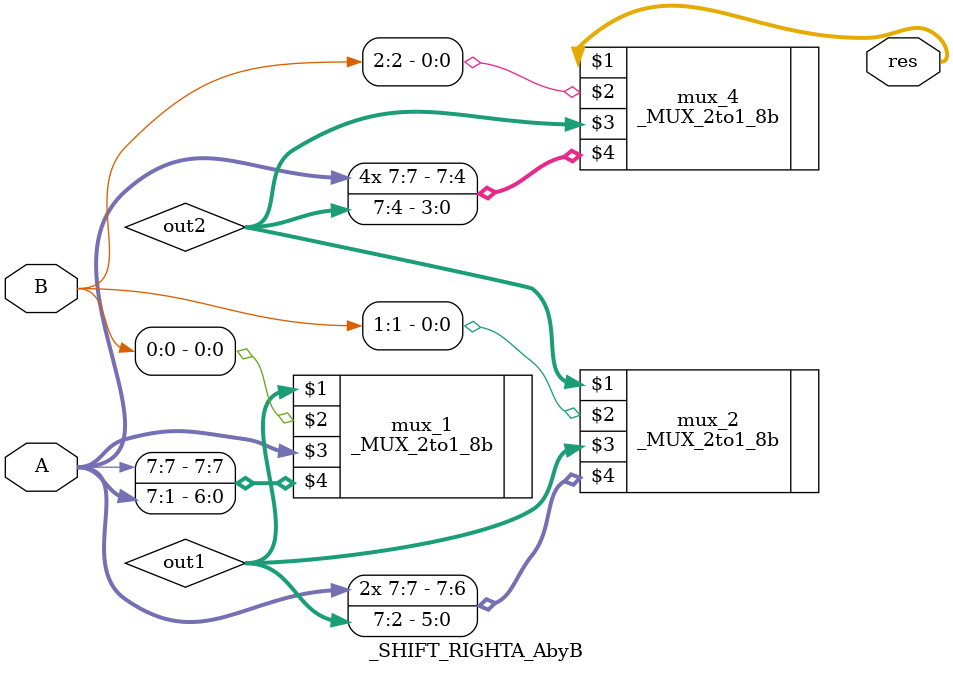
<source format=v>
module _SHIFT_LEFT_AbyB(
    output [7:0] res,
    input [7:0] A,
    input [7:0] B
    );
    wire [7:0] out1, out2;
    _MUX_2to1_8b mux_1(out1, B[0], A, {A[6:0], 1'b0});
    _MUX_2to1_8b mux_2(out2, B[1], out1, {out1[5:0], 2'b00});
    _MUX_2to1_8b mux_4(res, B[2], out2, {out2[3:0], 4'b0000});
endmodule

module _SHIFT_RIGHTL_AbyB(
    output [7:0] res,
    input [7:0] A,
    input [7:0] B
    );
    wire [7:0] out1, out2;
    _MUX_2to1_8b mux_1(out1, B[0], A, {1'b0, A[7:1]});
    _MUX_2to1_8b mux_2(out2, B[1], out1, {2'b00, out1[7:2]});
    _MUX_2to1_8b mux_4(res, B[2], out2, {4'b0000, out2[7:4]});
endmodule

module _SHIFT_RIGHTA_AbyB(
    output [7:0] res,
    input [7:0] A,
    input [7:0] B
    );
    wire [7:0] out1, out2;
    _MUX_2to1_8b mux_1(out1, B[0], A, {A[7], A[7:1]});
    _MUX_2to1_8b mux_2(out2, B[1], out1, {A[7], A[7], out1[7:2]});
    _MUX_2to1_8b mux_4(res, B[2], out2, {A[7], A[7], A[7], A[7], out2[7:4]});
endmodule
</source>
